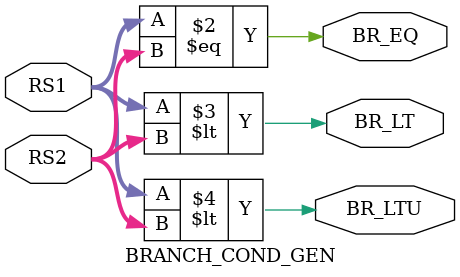
<source format=sv>
`timescale 1ns / 1ps


module BRANCH_COND_GEN(
    input [31:0] RS1,
    input [31:0] RS2,
    output logic BR_EQ,
    output logic BR_LT,
    output logic BR_LTU
    );
    
    always_comb begin
        BR_EQ = (RS1 == RS2); //Equal condition
        BR_LT = ($signed(RS1) < $signed(RS2)); //Signed less than
        BR_LTU = (RS1 < RS2); //Unsigned less than
    end
    
endmodule

</source>
